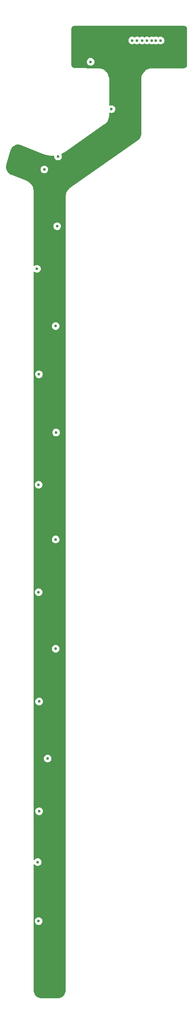
<source format=gbr>
%TF.GenerationSoftware,KiCad,Pcbnew,8.0.2*%
%TF.CreationDate,2025-02-02T12:39:54+01:00*%
%TF.ProjectId,FT25_AMS_VSENS,46543235-5f41-44d5-935f-5653454e532e,rev?*%
%TF.SameCoordinates,Original*%
%TF.FileFunction,Copper,L3,Inr*%
%TF.FilePolarity,Positive*%
%FSLAX46Y46*%
G04 Gerber Fmt 4.6, Leading zero omitted, Abs format (unit mm)*
G04 Created by KiCad (PCBNEW 8.0.2) date 2025-02-02 12:39:54*
%MOMM*%
%LPD*%
G01*
G04 APERTURE LIST*
%TA.AperFunction,ViaPad*%
%ADD10C,0.600000*%
%TD*%
G04 APERTURE END LIST*
D10*
%TO.N,VBUS*%
X201605503Y-67621559D03*
X212900000Y-57650000D03*
X208500000Y-47700000D03*
%TO.N,GND*%
X223600000Y-47400000D03*
%TO.N,Net-(F12-Pad1)*%
X197500000Y-136700000D03*
%TO.N,Net-(F13-Pad1)*%
X197550000Y-113450000D03*
%TO.N,Net-(F14-Pad1)*%
X197150000Y-91250000D03*
%TO.N,Net-(F15-Pad1)*%
X198718423Y-70342190D03*
%TO.N,Net-(F4-Pad1)*%
X201100000Y-148200000D03*
X220400000Y-43200000D03*
%TO.N,Net-(F5-Pad1)*%
X219400000Y-43200000D03*
X201100000Y-171200000D03*
%TO.N,Net-(F6-Pad1)*%
X218300000Y-43200000D03*
X199400000Y-194287500D03*
%TO.N,Net-(F7-Pad1)*%
X197300000Y-216100000D03*
X217300000Y-43200000D03*
%TO.N,Net-(F8-Pad1)*%
X197500000Y-228500000D03*
%TO.N,Net-(F9-Pad1)*%
X197600000Y-205400000D03*
%TO.N,Net-(F10-Pad1)*%
X197600000Y-182300000D03*
%TO.N,Net-(F11-Pad1)*%
X197500000Y-159300000D03*
%TO.N,Net-(F1-Pad1)*%
X201425000Y-82300000D03*
X223300000Y-43200000D03*
%TO.N,Net-(F2-Pad1)*%
X201100000Y-103300000D03*
X222300000Y-43200000D03*
%TO.N,Net-(F3-Pad1)*%
X221400000Y-43200000D03*
X201200000Y-125700000D03*
%TD*%
%TA.AperFunction,Conductor*%
%TO.N,GND*%
G36*
X228144091Y-40102079D02*
G01*
X228145266Y-40102264D01*
X228145274Y-40102267D01*
X228186764Y-40102265D01*
X228198950Y-40102865D01*
X228318660Y-40114691D01*
X228342579Y-40119464D01*
X228451785Y-40152706D01*
X228474307Y-40162069D01*
X228532483Y-40193286D01*
X228571837Y-40214404D01*
X228574892Y-40216043D01*
X228595146Y-40229634D01*
X228683220Y-40302254D01*
X228700421Y-40319546D01*
X228772576Y-40408001D01*
X228786060Y-40428327D01*
X228839502Y-40529192D01*
X228848746Y-40551762D01*
X228881413Y-40661144D01*
X228886061Y-40685088D01*
X228897210Y-40804365D01*
X228897746Y-40816564D01*
X228897522Y-40858535D01*
X228898075Y-40862145D01*
X228899500Y-40880892D01*
X228899500Y-48300186D01*
X228898900Y-48312372D01*
X228886864Y-48434254D01*
X228882104Y-48458130D01*
X228846420Y-48575528D01*
X228837086Y-48598017D01*
X228779146Y-48706183D01*
X228765598Y-48726412D01*
X228687640Y-48821171D01*
X228670400Y-48838365D01*
X228575427Y-48916064D01*
X228555160Y-48929556D01*
X228446837Y-48987199D01*
X228424324Y-48996471D01*
X228306830Y-49031834D01*
X228282939Y-49036529D01*
X228154654Y-49048842D01*
X228142483Y-49049409D01*
X228112522Y-49049330D01*
X228101021Y-49049300D01*
X228101020Y-49049300D01*
X228092518Y-49049278D01*
X228090623Y-49049425D01*
X221452287Y-49049425D01*
X221447998Y-49049706D01*
X221364247Y-49049706D01*
X221226106Y-49066479D01*
X221087963Y-49083253D01*
X220956604Y-49115630D01*
X220817741Y-49149857D01*
X220817737Y-49149858D01*
X220817735Y-49149859D01*
X220817485Y-49149954D01*
X220557505Y-49248553D01*
X220311069Y-49377896D01*
X220082028Y-49535994D01*
X220082026Y-49535996D01*
X219952448Y-49650796D01*
X219873704Y-49720559D01*
X219873628Y-49720645D01*
X219696574Y-49920505D01*
X219689150Y-49928885D01*
X219594632Y-50065825D01*
X219531050Y-50157943D01*
X219401720Y-50404379D01*
X219401717Y-50404384D01*
X219303038Y-50664602D01*
X219303036Y-50664608D01*
X219236437Y-50934848D01*
X219202901Y-51211121D01*
X219202906Y-51350263D01*
X219202906Y-62804889D01*
X219202614Y-62813388D01*
X219187529Y-63032966D01*
X219185206Y-63049796D01*
X219141116Y-63261088D01*
X219136514Y-63277444D01*
X219063955Y-63480722D01*
X219057160Y-63496296D01*
X218957494Y-63687745D01*
X218948635Y-63702242D01*
X218823728Y-63878278D01*
X218812969Y-63891430D01*
X218665173Y-64048733D01*
X218652718Y-64060289D01*
X218481156Y-64198862D01*
X218474364Y-64203973D01*
X218442957Y-64225964D01*
X218442952Y-64225968D01*
X204244979Y-74167495D01*
X204244976Y-74167497D01*
X204221746Y-74183763D01*
X204210426Y-74191690D01*
X204199022Y-74199674D01*
X204175760Y-74215963D01*
X204175720Y-74215991D01*
X204097211Y-74270916D01*
X204097205Y-74270920D01*
X203891419Y-74455400D01*
X203891418Y-74455401D01*
X203709187Y-74663195D01*
X203709181Y-74663203D01*
X203553152Y-74891290D01*
X203553148Y-74891297D01*
X203425528Y-75136446D01*
X203425528Y-75136447D01*
X203328172Y-75395106D01*
X203327821Y-75396541D01*
X203262474Y-75663569D01*
X203229387Y-75937937D01*
X203229386Y-75937949D01*
X203229441Y-76076134D01*
X203229441Y-76076187D01*
X203229439Y-76133708D01*
X203229441Y-76133733D01*
X203229441Y-243030582D01*
X203229125Y-243039429D01*
X203212773Y-243268023D01*
X203210255Y-243285535D01*
X203162480Y-243505142D01*
X203157495Y-243522118D01*
X203078956Y-243732683D01*
X203071606Y-243748776D01*
X202963897Y-243946024D01*
X202954332Y-243960908D01*
X202819646Y-244140821D01*
X202808059Y-244154192D01*
X202649147Y-244313097D01*
X202635776Y-244324683D01*
X202455853Y-244459366D01*
X202440969Y-244468931D01*
X202243720Y-244576631D01*
X202227627Y-244583980D01*
X202017054Y-244662515D01*
X202000078Y-244667499D01*
X201780472Y-244715265D01*
X201762959Y-244717782D01*
X201533349Y-244734197D01*
X201524505Y-244734513D01*
X201490737Y-244734512D01*
X201482355Y-244734512D01*
X201482354Y-244734512D01*
X201472375Y-244734512D01*
X201472351Y-244734514D01*
X198134382Y-244734514D01*
X198125534Y-244734198D01*
X198101774Y-244732498D01*
X197896928Y-244717841D01*
X197879418Y-244715323D01*
X197659803Y-244667545D01*
X197642828Y-244662560D01*
X197432255Y-244584018D01*
X197416163Y-244576669D01*
X197218903Y-244468957D01*
X197204024Y-244459394D01*
X197024105Y-244324710D01*
X197010735Y-244313126D01*
X196851805Y-244154201D01*
X196840220Y-244140831D01*
X196840213Y-244140821D01*
X196705525Y-243960908D01*
X196695970Y-243946039D01*
X196588248Y-243748776D01*
X196580901Y-243732690D01*
X196580898Y-243732683D01*
X196502350Y-243522111D01*
X196497366Y-243505137D01*
X196449584Y-243285531D01*
X196447065Y-243268021D01*
X196440347Y-243174169D01*
X196430757Y-243040179D01*
X196430441Y-243031326D01*
X196430441Y-228499996D01*
X196694435Y-228499996D01*
X196694435Y-228500003D01*
X196714630Y-228679249D01*
X196714631Y-228679254D01*
X196774211Y-228849523D01*
X196870184Y-229002262D01*
X196997738Y-229129816D01*
X197150478Y-229225789D01*
X197320745Y-229285368D01*
X197320750Y-229285369D01*
X197499996Y-229305565D01*
X197500000Y-229305565D01*
X197500004Y-229305565D01*
X197679249Y-229285369D01*
X197679252Y-229285368D01*
X197679255Y-229285368D01*
X197849522Y-229225789D01*
X198002262Y-229129816D01*
X198129816Y-229002262D01*
X198225789Y-228849522D01*
X198285368Y-228679255D01*
X198305565Y-228500000D01*
X198285368Y-228320745D01*
X198225789Y-228150478D01*
X198129816Y-227997738D01*
X198002262Y-227870184D01*
X197849523Y-227774211D01*
X197679254Y-227714631D01*
X197679249Y-227714630D01*
X197500004Y-227694435D01*
X197499996Y-227694435D01*
X197320750Y-227714630D01*
X197320745Y-227714631D01*
X197150476Y-227774211D01*
X196997737Y-227870184D01*
X196870184Y-227997737D01*
X196774211Y-228150476D01*
X196714631Y-228320745D01*
X196714630Y-228320750D01*
X196694435Y-228499996D01*
X196430441Y-228499996D01*
X196430441Y-216651126D01*
X196450126Y-216584087D01*
X196502930Y-216538332D01*
X196572088Y-216528388D01*
X196635644Y-216557413D01*
X196659432Y-216585150D01*
X196670184Y-216602262D01*
X196797738Y-216729816D01*
X196950478Y-216825789D01*
X197120745Y-216885368D01*
X197120750Y-216885369D01*
X197299996Y-216905565D01*
X197300000Y-216905565D01*
X197300004Y-216905565D01*
X197479249Y-216885369D01*
X197479252Y-216885368D01*
X197479255Y-216885368D01*
X197649522Y-216825789D01*
X197802262Y-216729816D01*
X197929816Y-216602262D01*
X198025789Y-216449522D01*
X198085368Y-216279255D01*
X198105565Y-216100000D01*
X198085368Y-215920745D01*
X198025789Y-215750478D01*
X197929816Y-215597738D01*
X197802262Y-215470184D01*
X197649523Y-215374211D01*
X197479254Y-215314631D01*
X197479249Y-215314630D01*
X197300004Y-215294435D01*
X197299996Y-215294435D01*
X197120750Y-215314630D01*
X197120745Y-215314631D01*
X196950476Y-215374211D01*
X196797737Y-215470184D01*
X196670182Y-215597739D01*
X196659434Y-215614846D01*
X196607099Y-215661137D01*
X196538046Y-215671784D01*
X196474198Y-215643409D01*
X196435826Y-215585019D01*
X196430441Y-215548873D01*
X196430441Y-205399996D01*
X196794435Y-205399996D01*
X196794435Y-205400003D01*
X196814630Y-205579249D01*
X196814631Y-205579254D01*
X196874211Y-205749523D01*
X196970184Y-205902262D01*
X197097738Y-206029816D01*
X197250478Y-206125789D01*
X197420745Y-206185368D01*
X197420750Y-206185369D01*
X197599996Y-206205565D01*
X197600000Y-206205565D01*
X197600004Y-206205565D01*
X197779249Y-206185369D01*
X197779252Y-206185368D01*
X197779255Y-206185368D01*
X197949522Y-206125789D01*
X198102262Y-206029816D01*
X198229816Y-205902262D01*
X198325789Y-205749522D01*
X198385368Y-205579255D01*
X198405565Y-205400000D01*
X198385368Y-205220745D01*
X198325789Y-205050478D01*
X198229816Y-204897738D01*
X198102262Y-204770184D01*
X197949523Y-204674211D01*
X197779254Y-204614631D01*
X197779249Y-204614630D01*
X197600004Y-204594435D01*
X197599996Y-204594435D01*
X197420750Y-204614630D01*
X197420745Y-204614631D01*
X197250476Y-204674211D01*
X197097737Y-204770184D01*
X196970184Y-204897737D01*
X196874211Y-205050476D01*
X196814631Y-205220745D01*
X196814630Y-205220750D01*
X196794435Y-205399996D01*
X196430441Y-205399996D01*
X196430441Y-194287496D01*
X198594435Y-194287496D01*
X198594435Y-194287503D01*
X198614630Y-194466749D01*
X198614631Y-194466754D01*
X198674211Y-194637023D01*
X198770184Y-194789762D01*
X198897738Y-194917316D01*
X199050478Y-195013289D01*
X199220745Y-195072868D01*
X199220750Y-195072869D01*
X199399996Y-195093065D01*
X199400000Y-195093065D01*
X199400004Y-195093065D01*
X199579249Y-195072869D01*
X199579252Y-195072868D01*
X199579255Y-195072868D01*
X199749522Y-195013289D01*
X199902262Y-194917316D01*
X200029816Y-194789762D01*
X200125789Y-194637022D01*
X200185368Y-194466755D01*
X200205565Y-194287500D01*
X200185368Y-194108245D01*
X200125789Y-193937978D01*
X200029816Y-193785238D01*
X199902262Y-193657684D01*
X199749523Y-193561711D01*
X199579254Y-193502131D01*
X199579249Y-193502130D01*
X199400004Y-193481935D01*
X199399996Y-193481935D01*
X199220750Y-193502130D01*
X199220745Y-193502131D01*
X199050476Y-193561711D01*
X198897737Y-193657684D01*
X198770184Y-193785237D01*
X198674211Y-193937976D01*
X198614631Y-194108245D01*
X198614630Y-194108250D01*
X198594435Y-194287496D01*
X196430441Y-194287496D01*
X196430441Y-182299996D01*
X196794435Y-182299996D01*
X196794435Y-182300003D01*
X196814630Y-182479249D01*
X196814631Y-182479254D01*
X196874211Y-182649523D01*
X196970184Y-182802262D01*
X197097738Y-182929816D01*
X197250478Y-183025789D01*
X197420745Y-183085368D01*
X197420750Y-183085369D01*
X197599996Y-183105565D01*
X197600000Y-183105565D01*
X197600004Y-183105565D01*
X197779249Y-183085369D01*
X197779252Y-183085368D01*
X197779255Y-183085368D01*
X197949522Y-183025789D01*
X198102262Y-182929816D01*
X198229816Y-182802262D01*
X198325789Y-182649522D01*
X198385368Y-182479255D01*
X198405565Y-182300000D01*
X198385368Y-182120745D01*
X198325789Y-181950478D01*
X198229816Y-181797738D01*
X198102262Y-181670184D01*
X197949523Y-181574211D01*
X197779254Y-181514631D01*
X197779249Y-181514630D01*
X197600004Y-181494435D01*
X197599996Y-181494435D01*
X197420750Y-181514630D01*
X197420745Y-181514631D01*
X197250476Y-181574211D01*
X197097737Y-181670184D01*
X196970184Y-181797737D01*
X196874211Y-181950476D01*
X196814631Y-182120745D01*
X196814630Y-182120750D01*
X196794435Y-182299996D01*
X196430441Y-182299996D01*
X196430441Y-171199996D01*
X200294435Y-171199996D01*
X200294435Y-171200003D01*
X200314630Y-171379249D01*
X200314631Y-171379254D01*
X200374211Y-171549523D01*
X200470184Y-171702262D01*
X200597738Y-171829816D01*
X200750478Y-171925789D01*
X200920745Y-171985368D01*
X200920750Y-171985369D01*
X201099996Y-172005565D01*
X201100000Y-172005565D01*
X201100004Y-172005565D01*
X201279249Y-171985369D01*
X201279252Y-171985368D01*
X201279255Y-171985368D01*
X201449522Y-171925789D01*
X201602262Y-171829816D01*
X201729816Y-171702262D01*
X201825789Y-171549522D01*
X201885368Y-171379255D01*
X201905565Y-171200000D01*
X201885368Y-171020745D01*
X201825789Y-170850478D01*
X201729816Y-170697738D01*
X201602262Y-170570184D01*
X201449523Y-170474211D01*
X201279254Y-170414631D01*
X201279249Y-170414630D01*
X201100004Y-170394435D01*
X201099996Y-170394435D01*
X200920750Y-170414630D01*
X200920745Y-170414631D01*
X200750476Y-170474211D01*
X200597737Y-170570184D01*
X200470184Y-170697737D01*
X200374211Y-170850476D01*
X200314631Y-171020745D01*
X200314630Y-171020750D01*
X200294435Y-171199996D01*
X196430441Y-171199996D01*
X196430441Y-159299996D01*
X196694435Y-159299996D01*
X196694435Y-159300003D01*
X196714630Y-159479249D01*
X196714631Y-159479254D01*
X196774211Y-159649523D01*
X196870184Y-159802262D01*
X196997738Y-159929816D01*
X197150478Y-160025789D01*
X197320745Y-160085368D01*
X197320750Y-160085369D01*
X197499996Y-160105565D01*
X197500000Y-160105565D01*
X197500004Y-160105565D01*
X197679249Y-160085369D01*
X197679252Y-160085368D01*
X197679255Y-160085368D01*
X197849522Y-160025789D01*
X198002262Y-159929816D01*
X198129816Y-159802262D01*
X198225789Y-159649522D01*
X198285368Y-159479255D01*
X198305565Y-159300000D01*
X198285368Y-159120745D01*
X198225789Y-158950478D01*
X198129816Y-158797738D01*
X198002262Y-158670184D01*
X197849523Y-158574211D01*
X197679254Y-158514631D01*
X197679249Y-158514630D01*
X197500004Y-158494435D01*
X197499996Y-158494435D01*
X197320750Y-158514630D01*
X197320745Y-158514631D01*
X197150476Y-158574211D01*
X196997737Y-158670184D01*
X196870184Y-158797737D01*
X196774211Y-158950476D01*
X196714631Y-159120745D01*
X196714630Y-159120750D01*
X196694435Y-159299996D01*
X196430441Y-159299996D01*
X196430441Y-148199996D01*
X200294435Y-148199996D01*
X200294435Y-148200003D01*
X200314630Y-148379249D01*
X200314631Y-148379254D01*
X200374211Y-148549523D01*
X200470184Y-148702262D01*
X200597738Y-148829816D01*
X200750478Y-148925789D01*
X200920745Y-148985368D01*
X200920750Y-148985369D01*
X201099996Y-149005565D01*
X201100000Y-149005565D01*
X201100004Y-149005565D01*
X201279249Y-148985369D01*
X201279252Y-148985368D01*
X201279255Y-148985368D01*
X201449522Y-148925789D01*
X201602262Y-148829816D01*
X201729816Y-148702262D01*
X201825789Y-148549522D01*
X201885368Y-148379255D01*
X201905565Y-148200000D01*
X201885368Y-148020745D01*
X201825789Y-147850478D01*
X201729816Y-147697738D01*
X201602262Y-147570184D01*
X201449523Y-147474211D01*
X201279254Y-147414631D01*
X201279249Y-147414630D01*
X201100004Y-147394435D01*
X201099996Y-147394435D01*
X200920750Y-147414630D01*
X200920745Y-147414631D01*
X200750476Y-147474211D01*
X200597737Y-147570184D01*
X200470184Y-147697737D01*
X200374211Y-147850476D01*
X200314631Y-148020745D01*
X200314630Y-148020750D01*
X200294435Y-148199996D01*
X196430441Y-148199996D01*
X196430441Y-136699996D01*
X196694435Y-136699996D01*
X196694435Y-136700003D01*
X196714630Y-136879249D01*
X196714631Y-136879254D01*
X196774211Y-137049523D01*
X196870184Y-137202262D01*
X196997738Y-137329816D01*
X197150478Y-137425789D01*
X197320745Y-137485368D01*
X197320750Y-137485369D01*
X197499996Y-137505565D01*
X197500000Y-137505565D01*
X197500004Y-137505565D01*
X197679249Y-137485369D01*
X197679252Y-137485368D01*
X197679255Y-137485368D01*
X197849522Y-137425789D01*
X198002262Y-137329816D01*
X198129816Y-137202262D01*
X198225789Y-137049522D01*
X198285368Y-136879255D01*
X198305565Y-136700000D01*
X198285368Y-136520745D01*
X198225789Y-136350478D01*
X198129816Y-136197738D01*
X198002262Y-136070184D01*
X197849523Y-135974211D01*
X197679254Y-135914631D01*
X197679249Y-135914630D01*
X197500004Y-135894435D01*
X197499996Y-135894435D01*
X197320750Y-135914630D01*
X197320745Y-135914631D01*
X197150476Y-135974211D01*
X196997737Y-136070184D01*
X196870184Y-136197737D01*
X196774211Y-136350476D01*
X196714631Y-136520745D01*
X196714630Y-136520750D01*
X196694435Y-136699996D01*
X196430441Y-136699996D01*
X196430441Y-125699996D01*
X200394435Y-125699996D01*
X200394435Y-125700003D01*
X200414630Y-125879249D01*
X200414631Y-125879254D01*
X200474211Y-126049523D01*
X200570184Y-126202262D01*
X200697738Y-126329816D01*
X200850478Y-126425789D01*
X201020745Y-126485368D01*
X201020750Y-126485369D01*
X201199996Y-126505565D01*
X201200000Y-126505565D01*
X201200004Y-126505565D01*
X201379249Y-126485369D01*
X201379252Y-126485368D01*
X201379255Y-126485368D01*
X201549522Y-126425789D01*
X201702262Y-126329816D01*
X201829816Y-126202262D01*
X201925789Y-126049522D01*
X201985368Y-125879255D01*
X202005565Y-125700000D01*
X201985368Y-125520745D01*
X201925789Y-125350478D01*
X201829816Y-125197738D01*
X201702262Y-125070184D01*
X201549523Y-124974211D01*
X201379254Y-124914631D01*
X201379249Y-124914630D01*
X201200004Y-124894435D01*
X201199996Y-124894435D01*
X201020750Y-124914630D01*
X201020745Y-124914631D01*
X200850476Y-124974211D01*
X200697737Y-125070184D01*
X200570184Y-125197737D01*
X200474211Y-125350476D01*
X200414631Y-125520745D01*
X200414630Y-125520750D01*
X200394435Y-125699996D01*
X196430441Y-125699996D01*
X196430441Y-113449996D01*
X196744435Y-113449996D01*
X196744435Y-113450003D01*
X196764630Y-113629249D01*
X196764631Y-113629254D01*
X196824211Y-113799523D01*
X196920184Y-113952262D01*
X197047738Y-114079816D01*
X197200478Y-114175789D01*
X197370745Y-114235368D01*
X197370750Y-114235369D01*
X197549996Y-114255565D01*
X197550000Y-114255565D01*
X197550004Y-114255565D01*
X197729249Y-114235369D01*
X197729252Y-114235368D01*
X197729255Y-114235368D01*
X197899522Y-114175789D01*
X198052262Y-114079816D01*
X198179816Y-113952262D01*
X198275789Y-113799522D01*
X198335368Y-113629255D01*
X198355565Y-113450000D01*
X198335368Y-113270745D01*
X198275789Y-113100478D01*
X198179816Y-112947738D01*
X198052262Y-112820184D01*
X197899523Y-112724211D01*
X197729254Y-112664631D01*
X197729249Y-112664630D01*
X197550004Y-112644435D01*
X197549996Y-112644435D01*
X197370750Y-112664630D01*
X197370745Y-112664631D01*
X197200476Y-112724211D01*
X197047737Y-112820184D01*
X196920184Y-112947737D01*
X196824211Y-113100476D01*
X196764631Y-113270745D01*
X196764630Y-113270750D01*
X196744435Y-113449996D01*
X196430441Y-113449996D01*
X196430441Y-103299996D01*
X200294435Y-103299996D01*
X200294435Y-103300003D01*
X200314630Y-103479249D01*
X200314631Y-103479254D01*
X200374211Y-103649523D01*
X200470184Y-103802262D01*
X200597738Y-103929816D01*
X200750478Y-104025789D01*
X200920745Y-104085368D01*
X200920750Y-104085369D01*
X201099996Y-104105565D01*
X201100000Y-104105565D01*
X201100004Y-104105565D01*
X201279249Y-104085369D01*
X201279252Y-104085368D01*
X201279255Y-104085368D01*
X201449522Y-104025789D01*
X201602262Y-103929816D01*
X201729816Y-103802262D01*
X201825789Y-103649522D01*
X201885368Y-103479255D01*
X201905565Y-103300000D01*
X201885368Y-103120745D01*
X201825789Y-102950478D01*
X201729816Y-102797738D01*
X201602262Y-102670184D01*
X201449523Y-102574211D01*
X201279254Y-102514631D01*
X201279249Y-102514630D01*
X201100004Y-102494435D01*
X201099996Y-102494435D01*
X200920750Y-102514630D01*
X200920745Y-102514631D01*
X200750476Y-102574211D01*
X200597737Y-102670184D01*
X200470184Y-102797737D01*
X200374211Y-102950476D01*
X200314631Y-103120745D01*
X200314630Y-103120750D01*
X200294435Y-103299996D01*
X196430441Y-103299996D01*
X196430441Y-91961881D01*
X196450126Y-91894842D01*
X196502930Y-91849087D01*
X196572088Y-91839143D01*
X196635644Y-91868168D01*
X196642122Y-91874200D01*
X196647738Y-91879816D01*
X196671652Y-91894842D01*
X196778343Y-91961881D01*
X196800478Y-91975789D01*
X196970745Y-92035368D01*
X196970750Y-92035369D01*
X197149996Y-92055565D01*
X197150000Y-92055565D01*
X197150004Y-92055565D01*
X197329249Y-92035369D01*
X197329252Y-92035368D01*
X197329255Y-92035368D01*
X197499522Y-91975789D01*
X197652262Y-91879816D01*
X197779816Y-91752262D01*
X197875789Y-91599522D01*
X197935368Y-91429255D01*
X197955565Y-91250000D01*
X197935368Y-91070745D01*
X197875789Y-90900478D01*
X197779816Y-90747738D01*
X197652262Y-90620184D01*
X197639920Y-90612429D01*
X197499523Y-90524211D01*
X197329254Y-90464631D01*
X197329249Y-90464630D01*
X197150004Y-90444435D01*
X197149996Y-90444435D01*
X196970750Y-90464630D01*
X196970745Y-90464631D01*
X196800476Y-90524211D01*
X196647737Y-90620184D01*
X196642122Y-90625800D01*
X196580799Y-90659285D01*
X196511107Y-90654301D01*
X196455174Y-90612429D01*
X196430757Y-90546965D01*
X196430441Y-90538119D01*
X196430441Y-82299996D01*
X200619435Y-82299996D01*
X200619435Y-82300003D01*
X200639630Y-82479249D01*
X200639631Y-82479254D01*
X200699211Y-82649523D01*
X200795184Y-82802262D01*
X200922738Y-82929816D01*
X201075478Y-83025789D01*
X201245745Y-83085368D01*
X201245750Y-83085369D01*
X201424996Y-83105565D01*
X201425000Y-83105565D01*
X201425004Y-83105565D01*
X201604249Y-83085369D01*
X201604252Y-83085368D01*
X201604255Y-83085368D01*
X201774522Y-83025789D01*
X201927262Y-82929816D01*
X202054816Y-82802262D01*
X202150789Y-82649522D01*
X202210368Y-82479255D01*
X202230565Y-82300000D01*
X202210368Y-82120745D01*
X202150789Y-81950478D01*
X202054816Y-81797738D01*
X201927262Y-81670184D01*
X201774523Y-81574211D01*
X201604254Y-81514631D01*
X201604249Y-81514630D01*
X201425004Y-81494435D01*
X201424996Y-81494435D01*
X201245750Y-81514630D01*
X201245745Y-81514631D01*
X201075476Y-81574211D01*
X200922737Y-81670184D01*
X200795184Y-81797737D01*
X200699211Y-81950476D01*
X200639631Y-82120745D01*
X200639630Y-82120750D01*
X200619435Y-82299996D01*
X196430441Y-82299996D01*
X196430441Y-74845456D01*
X196430406Y-74844946D01*
X196430394Y-74755951D01*
X196397914Y-74484012D01*
X196333402Y-74217847D01*
X196237769Y-73961215D01*
X196112366Y-73717740D01*
X195958964Y-73490862D01*
X195958958Y-73490855D01*
X195958952Y-73490847D01*
X195779736Y-73283792D01*
X195779730Y-73283785D01*
X195577196Y-73099433D01*
X195577193Y-73099430D01*
X195354231Y-72940417D01*
X195354224Y-72940413D01*
X195354223Y-72940412D01*
X195354221Y-72940411D01*
X195268035Y-72893259D01*
X195113959Y-72808965D01*
X195113942Y-72808958D01*
X195081832Y-72796063D01*
X195081782Y-72796023D01*
X194934368Y-72736853D01*
X194934282Y-72736826D01*
X191701785Y-71439330D01*
X191701768Y-71439324D01*
X191690193Y-71434678D01*
X191672489Y-71427571D01*
X191664883Y-71424218D01*
X191470904Y-71330811D01*
X191456448Y-71322614D01*
X191280197Y-71206411D01*
X191266967Y-71196355D01*
X191107827Y-71057621D01*
X191096061Y-71045885D01*
X190956912Y-70887128D01*
X190946823Y-70873929D01*
X190830150Y-70697987D01*
X190821914Y-70683553D01*
X190729811Y-70493583D01*
X190723580Y-70478178D01*
X190716617Y-70456976D01*
X190678918Y-70342186D01*
X197912858Y-70342186D01*
X197912858Y-70342193D01*
X197933053Y-70521439D01*
X197933054Y-70521444D01*
X197992634Y-70691713D01*
X198088607Y-70844452D01*
X198216161Y-70972006D01*
X198306503Y-71028772D01*
X198343715Y-71052154D01*
X198368901Y-71067979D01*
X198539168Y-71127558D01*
X198539173Y-71127559D01*
X198718419Y-71147755D01*
X198718423Y-71147755D01*
X198718427Y-71147755D01*
X198897672Y-71127559D01*
X198897675Y-71127558D01*
X198897678Y-71127558D01*
X199067945Y-71067979D01*
X199220685Y-70972006D01*
X199348239Y-70844452D01*
X199444212Y-70691712D01*
X199503791Y-70521445D01*
X199503792Y-70521439D01*
X199523988Y-70342193D01*
X199523988Y-70342186D01*
X199503792Y-70162940D01*
X199503791Y-70162935D01*
X199444211Y-69992666D01*
X199348238Y-69839927D01*
X199220685Y-69712374D01*
X199067946Y-69616401D01*
X198897677Y-69556821D01*
X198897672Y-69556820D01*
X198718427Y-69536625D01*
X198718419Y-69536625D01*
X198539173Y-69556820D01*
X198539168Y-69556821D01*
X198368899Y-69616401D01*
X198216160Y-69712374D01*
X198088607Y-69839927D01*
X197992634Y-69992666D01*
X197933054Y-70162935D01*
X197933053Y-70162940D01*
X197912858Y-70342186D01*
X190678918Y-70342186D01*
X190657708Y-70277602D01*
X190653596Y-70261519D01*
X190615134Y-70053924D01*
X190613209Y-70037424D01*
X190606337Y-69897522D01*
X190602852Y-69826555D01*
X190603151Y-69809948D01*
X190621082Y-69599585D01*
X190623596Y-69583188D01*
X190670276Y-69373606D01*
X190672353Y-69365565D01*
X190721287Y-69199306D01*
X191551289Y-66379279D01*
X191551297Y-66379263D01*
X191555684Y-66364355D01*
X191555685Y-66364355D01*
X191567908Y-66322821D01*
X191570608Y-66314697D01*
X191648229Y-66105720D01*
X191655313Y-66090070D01*
X191759040Y-65897688D01*
X191768236Y-65883150D01*
X191897590Y-65706981D01*
X191908702Y-65693861D01*
X192061208Y-65537279D01*
X192074009Y-65525841D01*
X192246726Y-65391870D01*
X192261007Y-65382302D01*
X192450599Y-65273529D01*
X192466044Y-65266041D01*
X192668877Y-65184553D01*
X192685230Y-65179268D01*
X192897364Y-65126645D01*
X192914295Y-65123674D01*
X193131682Y-65100917D01*
X193148851Y-65100318D01*
X193367291Y-65107870D01*
X193384400Y-65109656D01*
X193492037Y-65128511D01*
X193599676Y-65147366D01*
X193616372Y-65151502D01*
X193827566Y-65219682D01*
X193835622Y-65222594D01*
X198472164Y-67083696D01*
X198472172Y-67083701D01*
X198483814Y-67088373D01*
X198483816Y-67088375D01*
X198513809Y-67100413D01*
X198513813Y-67100416D01*
X198513814Y-67100415D01*
X198564697Y-67120840D01*
X198564698Y-67120840D01*
X198572184Y-67123845D01*
X198572573Y-67123971D01*
X198719773Y-67183052D01*
X199114733Y-67304789D01*
X199114741Y-67304790D01*
X199114742Y-67304791D01*
X199518380Y-67393474D01*
X199518387Y-67393474D01*
X199518401Y-67393478D01*
X199928016Y-67448513D01*
X200340778Y-67469518D01*
X200675573Y-67458844D01*
X200743203Y-67476382D01*
X200790618Y-67527701D01*
X200802760Y-67596508D01*
X200799939Y-67621555D01*
X200799938Y-67621561D01*
X200799938Y-67621562D01*
X200820133Y-67800808D01*
X200820134Y-67800813D01*
X200879714Y-67971082D01*
X200975687Y-68123821D01*
X201103241Y-68251375D01*
X201255981Y-68347348D01*
X201426248Y-68406927D01*
X201426253Y-68406928D01*
X201605499Y-68427124D01*
X201605503Y-68427124D01*
X201605507Y-68427124D01*
X201784752Y-68406928D01*
X201784755Y-68406927D01*
X201784758Y-68406927D01*
X201955025Y-68347348D01*
X202107765Y-68251375D01*
X202235319Y-68123821D01*
X202331292Y-67971081D01*
X202390871Y-67800814D01*
X202411068Y-67621559D01*
X202408245Y-67596508D01*
X202390872Y-67442309D01*
X202390871Y-67442304D01*
X202331291Y-67272034D01*
X202311453Y-67240463D01*
X202292452Y-67173226D01*
X202312819Y-67106391D01*
X202363018Y-67062591D01*
X202726299Y-66889147D01*
X203083280Y-66680873D01*
X203190921Y-66605504D01*
X203190926Y-66605502D01*
X203209610Y-66592420D01*
X203209616Y-66592417D01*
X203220149Y-66585040D01*
X203220152Y-66585040D01*
X203252559Y-66562348D01*
X203252559Y-66562349D01*
X203291547Y-66535050D01*
X203291549Y-66535047D01*
X203301014Y-66528420D01*
X203301017Y-66528416D01*
X211373394Y-60876079D01*
X211373413Y-60876069D01*
X211380783Y-60870908D01*
X211380873Y-60870877D01*
X211422950Y-60841439D01*
X211422951Y-60841440D01*
X211536183Y-60762222D01*
X211741974Y-60577731D01*
X211924201Y-60369931D01*
X212080244Y-60141813D01*
X212207857Y-59896656D01*
X212305206Y-59637985D01*
X212370892Y-59369522D01*
X212403968Y-59095126D01*
X212403906Y-58956934D01*
X212403906Y-58499263D01*
X212423591Y-58432224D01*
X212476395Y-58386469D01*
X212545553Y-58376525D01*
X212568861Y-58382222D01*
X212720737Y-58435366D01*
X212720743Y-58435367D01*
X212720745Y-58435368D01*
X212720746Y-58435368D01*
X212720750Y-58435369D01*
X212899996Y-58455565D01*
X212900000Y-58455565D01*
X212900004Y-58455565D01*
X213079249Y-58435369D01*
X213079252Y-58435368D01*
X213079255Y-58435368D01*
X213249522Y-58375789D01*
X213402262Y-58279816D01*
X213529816Y-58152262D01*
X213625789Y-57999522D01*
X213685368Y-57829255D01*
X213705565Y-57650000D01*
X213685368Y-57470745D01*
X213625789Y-57300478D01*
X213529816Y-57147738D01*
X213402262Y-57020184D01*
X213396093Y-57016308D01*
X213249523Y-56924211D01*
X213079254Y-56864631D01*
X213079249Y-56864630D01*
X212900004Y-56844435D01*
X212899996Y-56844435D01*
X212720750Y-56864630D01*
X212720742Y-56864632D01*
X212568860Y-56917778D01*
X212499081Y-56921339D01*
X212438454Y-56886610D01*
X212406227Y-56824617D01*
X212403906Y-56800736D01*
X212403906Y-51397868D01*
X212403907Y-51397865D01*
X212403906Y-51350270D01*
X212403906Y-51310712D01*
X212403906Y-51303141D01*
X212403825Y-51301914D01*
X212403825Y-51211125D01*
X212403825Y-51211121D01*
X212403825Y-51211120D01*
X212370277Y-50934848D01*
X212303675Y-50664635D01*
X212303662Y-50664602D01*
X212215252Y-50431483D01*
X212204988Y-50404419D01*
X212075657Y-50157995D01*
X211917567Y-49928956D01*
X211871431Y-49876877D01*
X211733027Y-49720645D01*
X211733009Y-49720628D01*
X211524723Y-49536094D01*
X211524715Y-49536087D01*
X211295687Y-49377992D01*
X211295686Y-49377991D01*
X211295684Y-49377990D01*
X211118254Y-49284860D01*
X211049264Y-49248648D01*
X211049255Y-49248644D01*
X210789056Y-49149954D01*
X210789054Y-49149953D01*
X210789053Y-49149953D01*
X210518842Y-49083340D01*
X210518126Y-49083253D01*
X210242568Y-49049780D01*
X210242574Y-49049780D01*
X210105867Y-49049774D01*
X210104449Y-49049766D01*
X205167302Y-48993073D01*
X205159362Y-48992402D01*
X205113184Y-48992402D01*
X205101030Y-48991805D01*
X205088844Y-48990604D01*
X204982773Y-48980155D01*
X204958934Y-48975412D01*
X204851093Y-48942698D01*
X204828635Y-48933396D01*
X204729246Y-48880270D01*
X204709035Y-48866765D01*
X204621912Y-48795264D01*
X204604725Y-48778077D01*
X204533230Y-48690960D01*
X204519726Y-48670749D01*
X204466601Y-48571357D01*
X204457300Y-48548901D01*
X204424584Y-48441052D01*
X204419842Y-48417216D01*
X204408208Y-48299096D01*
X204407611Y-48286941D01*
X204407613Y-48049522D01*
X204407616Y-47699996D01*
X207694435Y-47699996D01*
X207694435Y-47700003D01*
X207714630Y-47879249D01*
X207714631Y-47879254D01*
X207774211Y-48049523D01*
X207870184Y-48202262D01*
X207997738Y-48329816D01*
X208088080Y-48386582D01*
X208136824Y-48417210D01*
X208150478Y-48425789D01*
X208320745Y-48485368D01*
X208320750Y-48485369D01*
X208499996Y-48505565D01*
X208500000Y-48505565D01*
X208500004Y-48505565D01*
X208679249Y-48485369D01*
X208679252Y-48485368D01*
X208679255Y-48485368D01*
X208849522Y-48425789D01*
X209002262Y-48329816D01*
X209129816Y-48202262D01*
X209225789Y-48049522D01*
X209285368Y-47879255D01*
X209305565Y-47700000D01*
X209285368Y-47520745D01*
X209225789Y-47350478D01*
X209129816Y-47197738D01*
X209002262Y-47070184D01*
X208849523Y-46974211D01*
X208679254Y-46914631D01*
X208679249Y-46914630D01*
X208500004Y-46894435D01*
X208499996Y-46894435D01*
X208320750Y-46914630D01*
X208320745Y-46914631D01*
X208150476Y-46974211D01*
X207997737Y-47070184D01*
X207870184Y-47197737D01*
X207774211Y-47350476D01*
X207714631Y-47520745D01*
X207714630Y-47520750D01*
X207694435Y-47699996D01*
X204407616Y-47699996D01*
X204407654Y-43199996D01*
X216494435Y-43199996D01*
X216494435Y-43200003D01*
X216514630Y-43379249D01*
X216514631Y-43379254D01*
X216574211Y-43549523D01*
X216670184Y-43702262D01*
X216797738Y-43829816D01*
X216950478Y-43925789D01*
X217120745Y-43985368D01*
X217120750Y-43985369D01*
X217299996Y-44005565D01*
X217300000Y-44005565D01*
X217300004Y-44005565D01*
X217479249Y-43985369D01*
X217479252Y-43985368D01*
X217479255Y-43985368D01*
X217649522Y-43925789D01*
X217734027Y-43872691D01*
X217801264Y-43853690D01*
X217865973Y-43872691D01*
X217950475Y-43925788D01*
X218120745Y-43985368D01*
X218120750Y-43985369D01*
X218299996Y-44005565D01*
X218300000Y-44005565D01*
X218300004Y-44005565D01*
X218479249Y-43985369D01*
X218479252Y-43985368D01*
X218479255Y-43985368D01*
X218649522Y-43925789D01*
X218784029Y-43841272D01*
X218851264Y-43822272D01*
X218915970Y-43841272D01*
X218965973Y-43872691D01*
X219050475Y-43925788D01*
X219220745Y-43985368D01*
X219220750Y-43985369D01*
X219399996Y-44005565D01*
X219400000Y-44005565D01*
X219400004Y-44005565D01*
X219579249Y-43985369D01*
X219579252Y-43985368D01*
X219579255Y-43985368D01*
X219749522Y-43925789D01*
X219834027Y-43872691D01*
X219901264Y-43853690D01*
X219965973Y-43872691D01*
X220050475Y-43925788D01*
X220220745Y-43985368D01*
X220220750Y-43985369D01*
X220399996Y-44005565D01*
X220400000Y-44005565D01*
X220400004Y-44005565D01*
X220579249Y-43985369D01*
X220579252Y-43985368D01*
X220579255Y-43985368D01*
X220749522Y-43925789D01*
X220834027Y-43872691D01*
X220901264Y-43853690D01*
X220965973Y-43872691D01*
X221050475Y-43925788D01*
X221220745Y-43985368D01*
X221220750Y-43985369D01*
X221399996Y-44005565D01*
X221400000Y-44005565D01*
X221400004Y-44005565D01*
X221579249Y-43985369D01*
X221579252Y-43985368D01*
X221579255Y-43985368D01*
X221749522Y-43925789D01*
X221784027Y-43904108D01*
X221851263Y-43885107D01*
X221915973Y-43904108D01*
X221950475Y-43925788D01*
X222120745Y-43985368D01*
X222120750Y-43985369D01*
X222299996Y-44005565D01*
X222300000Y-44005565D01*
X222300004Y-44005565D01*
X222479249Y-43985369D01*
X222479252Y-43985368D01*
X222479255Y-43985368D01*
X222649522Y-43925789D01*
X222734027Y-43872691D01*
X222801264Y-43853690D01*
X222865973Y-43872691D01*
X222950475Y-43925788D01*
X223120745Y-43985368D01*
X223120750Y-43985369D01*
X223299996Y-44005565D01*
X223300000Y-44005565D01*
X223300004Y-44005565D01*
X223479249Y-43985369D01*
X223479252Y-43985368D01*
X223479255Y-43985368D01*
X223649522Y-43925789D01*
X223802262Y-43829816D01*
X223929816Y-43702262D01*
X224025789Y-43549522D01*
X224085368Y-43379255D01*
X224105565Y-43200000D01*
X224085368Y-43020745D01*
X224025789Y-42850478D01*
X223929816Y-42697738D01*
X223802262Y-42570184D01*
X223734027Y-42527309D01*
X223649523Y-42474211D01*
X223479254Y-42414631D01*
X223479249Y-42414630D01*
X223300004Y-42394435D01*
X223299996Y-42394435D01*
X223120750Y-42414630D01*
X223120737Y-42414633D01*
X222950479Y-42474209D01*
X222865971Y-42527309D01*
X222798734Y-42546309D01*
X222734029Y-42527309D01*
X222649520Y-42474209D01*
X222479262Y-42414633D01*
X222479249Y-42414630D01*
X222300004Y-42394435D01*
X222299996Y-42394435D01*
X222120750Y-42414630D01*
X222120737Y-42414633D01*
X221950480Y-42474209D01*
X221915970Y-42495893D01*
X221848733Y-42514892D01*
X221784030Y-42495893D01*
X221749519Y-42474209D01*
X221579262Y-42414633D01*
X221579249Y-42414630D01*
X221400004Y-42394435D01*
X221399996Y-42394435D01*
X221220750Y-42414630D01*
X221220737Y-42414633D01*
X221050479Y-42474209D01*
X220965971Y-42527309D01*
X220898734Y-42546309D01*
X220834029Y-42527309D01*
X220749520Y-42474209D01*
X220579262Y-42414633D01*
X220579249Y-42414630D01*
X220400004Y-42394435D01*
X220399996Y-42394435D01*
X220220750Y-42414630D01*
X220220737Y-42414633D01*
X220050479Y-42474209D01*
X219965971Y-42527309D01*
X219898734Y-42546309D01*
X219834029Y-42527309D01*
X219749520Y-42474209D01*
X219579262Y-42414633D01*
X219579249Y-42414630D01*
X219400004Y-42394435D01*
X219399996Y-42394435D01*
X219220750Y-42414630D01*
X219220745Y-42414631D01*
X219050476Y-42474211D01*
X218915972Y-42558727D01*
X218848736Y-42577727D01*
X218784028Y-42558727D01*
X218649523Y-42474211D01*
X218479254Y-42414631D01*
X218479249Y-42414630D01*
X218300004Y-42394435D01*
X218299996Y-42394435D01*
X218120750Y-42414630D01*
X218120737Y-42414633D01*
X217950479Y-42474209D01*
X217865971Y-42527309D01*
X217798734Y-42546309D01*
X217734029Y-42527309D01*
X217649520Y-42474209D01*
X217479262Y-42414633D01*
X217479249Y-42414630D01*
X217300004Y-42394435D01*
X217299996Y-42394435D01*
X217120750Y-42414630D01*
X217120745Y-42414631D01*
X216950476Y-42474211D01*
X216797737Y-42570184D01*
X216670184Y-42697737D01*
X216574211Y-42850476D01*
X216514631Y-43020745D01*
X216514630Y-43020750D01*
X216494435Y-43199996D01*
X204407654Y-43199996D01*
X204407674Y-40858482D01*
X204407679Y-40858436D01*
X204407678Y-40847633D01*
X204407679Y-40847632D01*
X204407676Y-40806096D01*
X204408267Y-40794002D01*
X204411197Y-40764111D01*
X204419802Y-40676288D01*
X204424501Y-40652552D01*
X204456919Y-40545154D01*
X204466139Y-40522780D01*
X204479901Y-40496893D01*
X204518801Y-40423718D01*
X204532180Y-40403577D01*
X204603092Y-40316616D01*
X204620125Y-40299461D01*
X204706570Y-40227933D01*
X204726617Y-40214409D01*
X204825312Y-40161032D01*
X204847604Y-40151660D01*
X204954778Y-40118471D01*
X204978469Y-40113605D01*
X205058646Y-40105169D01*
X205096045Y-40101235D01*
X205109019Y-40100554D01*
X228124701Y-40100554D01*
X228144091Y-40102079D01*
G37*
%TD.AperFunction*%
%TD*%
M02*

</source>
